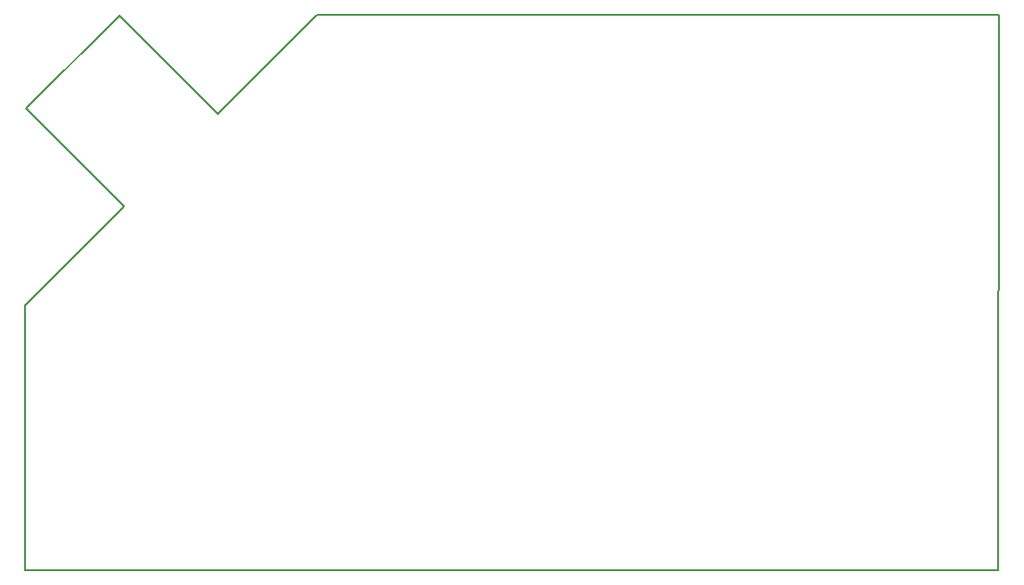
<source format=gbr>
%TF.GenerationSoftware,KiCad,Pcbnew,(5.1.8)-1*%
%TF.CreationDate,2021-04-26T00:51:06-04:00*%
%TF.ProjectId,Dogekey,446f6765-6b65-4792-9e6b-696361645f70,rev?*%
%TF.SameCoordinates,Original*%
%TF.FileFunction,Profile,NP*%
%FSLAX46Y46*%
G04 Gerber Fmt 4.6, Leading zero omitted, Abs format (unit mm)*
G04 Created by KiCad (PCBNEW (5.1.8)-1) date 2021-04-26 00:51:06*
%MOMM*%
%LPD*%
G01*
G04 APERTURE LIST*
%TA.AperFunction,Profile*%
%ADD10C,0.200000*%
%TD*%
G04 APERTURE END LIST*
D10*
X45463660Y-40696840D02*
X36411791Y-49748720D01*
X27431531Y-40768460D02*
X18900000Y-49300000D01*
X27880250Y-58280250D02*
X18828010Y-67332500D01*
X107728024Y-91496900D02*
X107728384Y-40696840D01*
X18828010Y-91496900D02*
X107728024Y-91496900D01*
X107728384Y-40696840D02*
X45463660Y-40696840D01*
X18828010Y-67332500D02*
X18828010Y-91496900D01*
X36411791Y-49748720D02*
X27431531Y-40768460D01*
X18900000Y-49300000D02*
X27880250Y-58280250D01*
M02*

</source>
